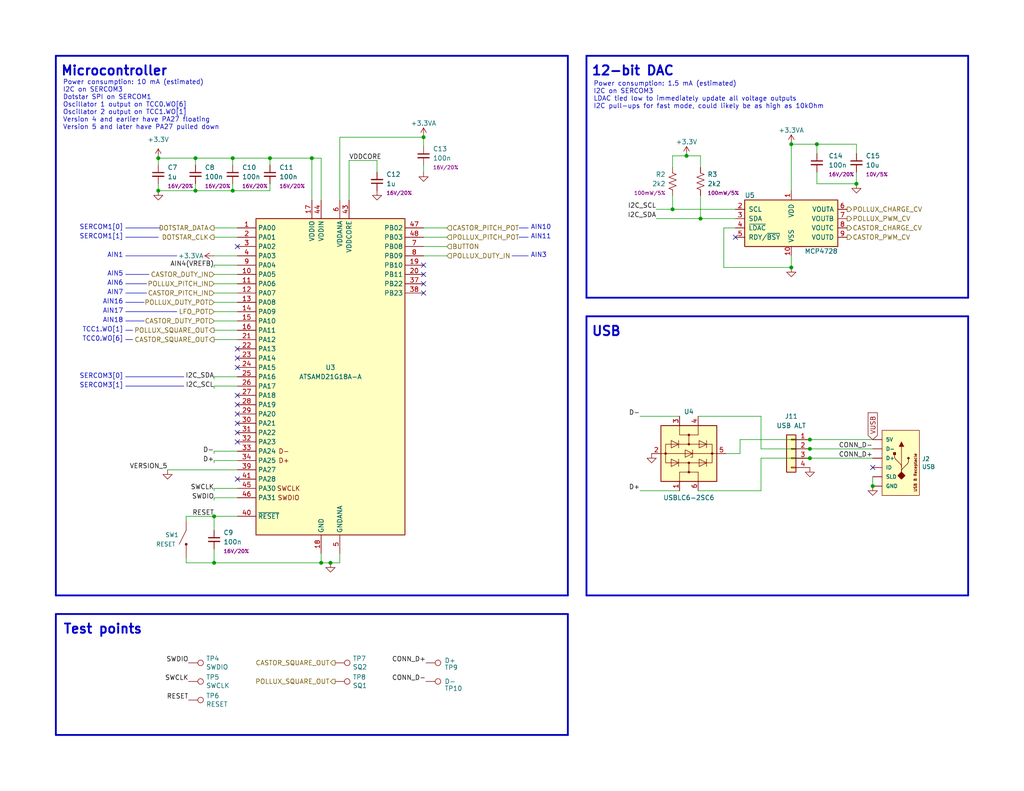
<source format=kicad_sch>
(kicad_sch (version 20250114) (generator "eeschema") (generator_version "9.0")
  (paper "USLetter")
  (title_block (title "Castor & Pollux") (date "2022-10-07") (rev "v6") (company "Winterbloom") (comment 1 "Alethea Flowers") (comment 2 "CERN-OHL-P v2") (comment 3 "gemini.wntr.dev"))
  (lib_symbols
    (symbol "Analog_DAC:MCP4728" (pin_names (offset 1.016))
      (property "Reference" "U" (at -12.7 6.35 0))
      (property "Value" "MCP4728" (at 12.7 6.35 0))
      (symbol "MCP4728_0_1"
        (rectangle (start -12.7 5.08) (end 12.7 -7.62) (stroke (width 0.254)) (fill (type background)))
      )
      (symbol "MCP4728_1_1"
        (pin input line (at -15.24 2.54 0) (length 2.54) (name "SCL") (number "2"))
        (pin bidirectional line (at -15.24 0 0) (length 2.54) (name "SDA") (number "3"))
        (pin input line (at -15.24 -2.54 0) (length 2.54) (name "~{LDAC}") (number "4"))
        (pin output line (at -15.24 -5.08 0) (length 2.54) (name "RDY/~{BSY}") (number "5"))
        (pin power_in line (at 0 7.62 270) (length 2.54) (name "VDD") (number "1"))
        (pin power_in line (at 0 -10.16 90) (length 2.54) (name "VSS") (number "10"))
        (pin output line (at 15.24 2.54 180) (length 2.54) (name "VOUTA") (number "6"))
        (pin output line (at 15.24 0 180) (length 2.54) (name "VOUTB") (number "7"))
        (pin output line (at 15.24 -2.54 180) (length 2.54) (name "VOUTC") (number "8"))
        (pin output line (at 15.24 -5.08 180) (length 2.54) (name "VOUTD") (number "9"))
      )
    )
    (symbol "Connector:TestPoint" (pin_numbers (hide yes)) (pin_names (offset 0.762) (hide yes))
      (property "Reference" "TP" (at 0 6.858 0))
      (property "Value" "TestPoint" (at 0 5.08 0))
      (symbol "TestPoint_0_1"
        (circle (center 0 3.302) (radius 0.762))
      )
      (symbol "TestPoint_1_1"
        (pin passive line (at 0 0 90) (length 2.54) (name "1") (number "1"))
      )
    )
    (symbol "Connector_Generic:Conn_01x04" (pin_names (offset 1.016) (hide yes))
      (property "Reference" "J" (at 0 5.08 0))
      (property "Value" "Conn_01x04" (at 0 -7.62 0))
      (symbol "Conn_01x04_1_1"
        (rectangle (start -1.27 3.81) (end 1.27 -6.35) (stroke (width 0.254)) (fill (type background)))
        (rectangle (start -1.27 2.667) (end 0 2.413) (stroke (width 0.1524)))
        (rectangle (start -1.27 0.127) (end 0 -0.127) (stroke (width 0.1524)))
        (rectangle (start -1.27 -2.413) (end 0 -2.667) (stroke (width 0.1524)))
        (rectangle (start -1.27 -4.953) (end 0 -5.207) (stroke (width 0.1524)))
        (pin passive line (at -5.08 2.54 0) (length 3.81) (name "Pin_1") (number "1"))
        (pin passive line (at -5.08 0 0) (length 3.81) (name "Pin_2") (number "2"))
        (pin passive line (at -5.08 -2.54 0) (length 3.81) (name "Pin_3") (number "3"))
        (pin passive line (at -5.08 -5.08 0) (length 3.81) (name "Pin_4") (number "4"))
      )
    )
    (symbol "Device:C_Small" (pin_numbers (hide yes)) (pin_names (offset 0.254) (hide yes))
      (property "Reference" "C" (at 0.254 1.778 0))
      (property "Value" "C_Small" (at 0.254 -2.032 0))
      (symbol "C_Small_0_1"
        (polyline (pts (xy -1.524 0.508) (xy 1.524 0.508)) (stroke (width 0.3048)))
        (polyline (pts (xy -1.524 -0.508) (xy 1.524 -0.508)) (stroke (width 0.3302)))
      )
      (symbol "C_Small_1_1"
        (pin passive line (at 0 2.54 270) (length 2.032) (name "~") (number "1"))
        (pin passive line (at 0 -2.54 90) (length 2.032) (name "~") (number "2"))
      )
    )
    (symbol "Device:R_US" (pin_numbers (hide yes)) (pin_names (offset 0))
      (property "Reference" "R" (at 2.54 0 90))
      (property "Value" "R_US" (at -2.54 0 90))
      (symbol "R_US_0_1"
        (polyline (pts (xy 0 2.286) (xy 0 2.54)))
        (polyline (pts (xy 0 2.286) (xy 1.016 1.905) (xy 0 1.524) (xy -1.016 1.143) (xy 0 0.762)))
        (polyline (pts (xy 0 0.762) (xy 1.016 0.381) (xy 0 0) (xy -1.016 -0.381) (xy 0 -0.762)))
        (polyline (pts (xy 0 -0.762) (xy 1.016 -1.143) (xy 0 -1.524) (xy -1.016 -1.905) (xy 0 -2.286)))
        (polyline (pts (xy 0 -2.286) (xy 0 -2.54)))
      )
      (symbol "R_US_1_1"
        (pin passive line (at 0 3.81 270) (length 1.27) (name "~") (number "1"))
        (pin passive line (at 0 -3.81 90) (length 1.27) (name "~") (number "2"))
      )
    )
    (symbol "Power_Protection:USBLC6-2SC6" (pin_names (hide yes))
      (property "Reference" "U" (at 2.54 8.89 0))
      (property "Value" "USBLC6-2SC6" (at 2.54 -8.89 0))
      (symbol "USBLC6-2SC6_0_1"
        (rectangle (start -7.62 -7.62) (end 7.62 7.62) (stroke (width 0.254)) (fill (type background)))
        (polyline (pts (xy -5.08 2.54) (xy -7.62 2.54)))
        (circle (center -5.08 0) (radius 0.254) (fill (type outline)))
        (polyline (pts (xy -5.08 0) (xy -5.08 -2.54)))
        (polyline (pts (xy -5.08 -2.54) (xy -7.62 -2.54)))
        (polyline (pts (xy -3.556 2.794) (xy -1.524 2.794) (xy -2.54 4.826) (xy -3.556 2.794)))
        (polyline (pts (xy -3.556 -4.826) (xy -1.524 -4.826) (xy -2.54 -2.794) (xy -3.556 -4.826)))
        (rectangle (start -2.54 6.35) (end 2.54 -6.35))
        (circle (center -2.54 0) (radius 0.254) (fill (type outline)))
        (polyline (pts (xy -2.54 0) (xy -5.08 0) (xy -5.08 2.54)))
        (polyline (pts (xy -1.524 4.826) (xy -3.556 4.826)))
        (polyline (pts (xy -1.524 -2.794) (xy -3.556 -2.794)))
        (polyline (pts (xy -1.016 -1.016) (xy 1.016 -1.016) (xy 0 1.016) (xy -1.016 -1.016)))
        (circle (center 0 6.35) (radius 0.254) (fill (type outline)))
        (polyline (pts (xy 0 6.35) (xy 0 7.62)))
        (polyline (pts (xy 0 1.27) (xy 0 6.35)))
        (polyline (pts (xy 0 -6.35) (xy 0 1.27)))
        (circle (center 0 -6.35) (radius 0.254) (fill (type outline)))
        (polyline (pts (xy 0 -7.62) (xy 0 -6.35)))
        (polyline (pts (xy 1.016 1.016) (xy 0.762 1.016) (xy -1.016 1.016) (xy -1.016 0.508)))
        (polyline (pts (xy 1.524 4.826) (xy 3.556 4.826)))
        (polyline (pts (xy 1.524 -2.794) (xy 3.556 -2.794)))
        (polyline (pts (xy 2.54 0) (xy 5.08 0) (xy 5.08 2.54)))
        (circle (center 2.54 0) (radius 0.254) (fill (type outline)))
        (polyline (pts (xy 3.556 2.794) (xy 1.524 2.794) (xy 2.54 4.826) (xy 3.556 2.794)))
        (polyline (pts (xy 3.556 -4.826) (xy 1.524 -4.826) (xy 2.54 -2.794) (xy 3.556 -4.826)))
        (polyline (pts (xy 5.08 2.54) (xy 7.62 2.54)))
        (polyline (pts (xy 5.08 0) (xy 5.08 -2.54)))
        (circle (center 5.08 0) (radius 0.254) (fill (type outline)))
        (polyline (pts (xy 5.08 -2.54) (xy 7.62 -2.54)))
      )
      (symbol "USBLC6-2SC6_1_1"
        (pin passive line (at -10.16 2.54 0) (length 2.54) (name "I/O1") (number "6"))
        (pin passive line (at -10.16 -2.54 0) (length 2.54) (name "I/O1") (number "1"))
        (pin passive line (at 0 10.16 270) (length 2.54) (name "VBUS") (number "5"))
        (pin passive line (at 0 -10.16 90) (length 2.54) (name "GND") (number "2"))
        (pin passive line (at 10.16 2.54 180) (length 2.54) (name "I/O2") (number "4"))
        (pin passive line (at 10.16 -2.54 180) (length 2.54) (name "I/O2") (number "3"))
      )
    )
    (symbol "Tactile_Switch_1" (pin_numbers (hide yes)) (pin_names (offset 1.016) (hide yes))
      (property "Reference" "SW" (at -1.27 -3.302 0))
      (property "Value" "Tactile_Switch_1" (at -6.223 -1.524 0))
      (symbol "Tactile_Switch_1_1_0"
        (polyline (pts (xy -2.54 0) (xy 1.27 1.905)))
        (circle (center 1.27 0) (radius 0.2794) (fill (type outline)))
        (polyline (pts (xy 2.54 0) (xy 1.27 0)))
      )
      (symbol "Tactile_Switch_1_1_1"
        (pin passive line (at -5.08 0 0) (length 2.54) (name "1") (number "1"))
        (pin passive line (at 5.08 0 180) (length 2.54) (name "2") (number "2"))
      )
    )
    (symbol "power:+3.3V" (power) (pin_names (offset 0))
      (property "Value" "+3.3V" (at 0 3.556 0))
      (symbol "+3.3V_0_1"
        (polyline (pts (xy -0.762 1.27) (xy 0 2.54)))
        (polyline (pts (xy 0 2.54) (xy 0.762 1.27)))
        (polyline (pts (xy 0 0) (xy 0 2.54)))
      )
      (symbol "+3.3V_1_1"
        (pin power_in line (at 0 0 90) (length 0) (hide yes) (name "+3.3V") (number "1"))
      )
    )
    (symbol "power:+3.3VA" (power) (pin_names (offset 0))
      (property "Value" "+3.3VA" (at 0 3.556 0))
      (symbol "+3.3VA_0_1"
        (polyline (pts (xy -0.762 1.27) (xy 0 2.54)))
        (polyline (pts (xy 0 2.54) (xy 0.762 1.27)))
        (polyline (pts (xy 0 0) (xy 0 2.54)))
      )
      (symbol "+3.3VA_1_1"
        (pin power_in line (at 0 0 90) (length 0) (hide yes) (name "+3.3VA") (number "1"))
      )
    )
    (symbol "power:GND" (power) (pin_names (offset 0))
      (property "Value" "GND" (at 0 -3.81 0))
      (symbol "GND_0_1"
        (polyline (pts (xy 0 0) (xy 0 -1.27) (xy 1.27 -1.27) (xy 0 -2.54) (xy -1.27 -1.27) (xy 0 -1.27)))
      )
      (symbol "GND_1_1"
        (pin power_in line (at 0 0 270) (length 0) (hide yes) (name "GND") (number "1"))
      )
    )
    (symbol "winterbloom:ATSAMD21G18A-A"
      (property "Reference" "U" (at -17.78 44.45 0))
      (property "Value" "ATSAMD21G18A-A" (at 0 0 0))
      (property "MPN" "ATSAMD21G18A-A" (at 0 0 0))
      (symbol "ATSAMD21G18A-A_0_0"
        (text "D-" (at -12.7 -20.32 0) (effects (font (size 1.27 1.27))))
        (text "D+" (at -12.7 -22.86 0) (effects (font (size 1.27 1.27))))
        (text "SWCLK" (at -11.43 -30.48 0) (effects (font (size 1.27 1.27))))
        (text "SWDIO" (at -11.43 -33.02 0) (effects (font (size 1.27 1.27))))
      )
      (symbol "ATSAMD21G18A-A_0_1"
        (rectangle (start -20.32 43.18) (end 20.32 -43.18) (stroke (width 0.254)) (fill (type background)))
      )
      (symbol "ATSAMD21G18A-A_1_1"
        (pin bidirectional line (at -25.4 40.64 0) (length 5.08) (name "PA00") (number "1"))
        (pin bidirectional line (at -25.4 38.1 0) (length 5.08) (name "PA01") (number "2"))
        (pin bidirectional line (at -25.4 35.56 0) (length 5.08) (name "PA02") (number "3"))
        (pin bidirectional line (at -25.4 33.02 0) (length 5.08) (name "PA03") (number "4"))
        (pin bidirectional line (at -25.4 30.48 0) (length 5.08) (name "PA04") (number "9"))
        (pin bidirectional line (at -25.4 27.94 0) (length 5.08) (name "PA05") (number "10"))
        (pin bidirectional line (at -25.4 25.4 0) (length 5.08) (name "PA06") (number "11"))
        (pin bidirectional line (at -25.4 22.86 0) (length 5.08) (name "PA07") (number "12"))
        (pin bidirectional line (at -25.4 20.32 0) (length 5.08) (name "PA08") (number "13"))
        (pin bidirectional line (at -25.4 17.78 0) (length 5.08) (name "PA09") (number "14"))
        (pin bidirectional line (at -25.4 15.24 0) (length 5.08) (name "PA10") (number "15"))
        (pin bidirectional line (at -25.4 12.7 0) (length 5.08) (name "PA11") (number "16"))
        (pin bidirectional line (at -25.4 10.16 0) (length 5.08) (name "PA12") (number "21"))
        (pin bidirectional line (at -25.4 7.62 0) (length 5.08) (name "PA13") (number "22"))
        (pin bidirectional line (at -25.4 5.08 0) (length 5.08) (name "PA14") (number "23"))
        (pin bidirectional line (at -25.4 2.54 0) (length 5.08) (name "PA15") (number "24"))
        (pin bidirectional line (at -25.4 0 0) (length 5.08) (name "PA16") (number "25"))
        (pin bidirectional line (at -25.4 -2.54 0) (length 5.08) (name "PA17") (number "26"))
        (pin bidirectional line (at -25.4 -5.08 0) (length 5.08) (name "PA18") (number "27"))
        (pin bidirectional line (at -25.4 -7.62 0) (length 5.08) (name "PA19") (number "28"))
        (pin bidirectional line (at -25.4 -10.16 0) (length 5.08) (name "PA20") (number "29"))
        (pin bidirectional line (at -25.4 -12.7 0) (length 5.08) (name "PA21") (number "30"))
        (pin bidirectional line (at -25.4 -15.24 0) (length 5.08) (name "PA22") (number "31"))
        (pin bidirectional line (at -25.4 -17.78 0) (length 5.08) (name "PA23") (number "32"))
        (pin bidirectional line (at -25.4 -20.32 0) (length 5.08) (name "PA24") (number "33"))
        (pin bidirectional line (at -25.4 -22.86 0) (length 5.08) (name "PA25") (number "34"))
        (pin bidirectional line (at -25.4 -25.4 0) (length 5.08) (name "PA27") (number "39"))
        (pin bidirectional line (at -25.4 -27.94 0) (length 5.08) (name "PA28") (number "41"))
        (pin bidirectional line (at -25.4 -30.48 0) (length 5.08) (name "PA30") (number "45"))
        (pin bidirectional line (at -25.4 -33.02 0) (length 5.08) (name "PA31") (number "46"))
        (pin input line (at -25.4 -38.1 0) (length 5.08) (name "~{RESET}") (number "40"))
        (pin power_in line (at -5.08 48.26 270) (length 5.08) (name "VDDIO") (number "17"))
        (pin passive line (at -5.08 48.26 270) (length 5.08) (hide yes) (name "VDDIO") (number "36"))
        (pin power_in line (at -2.54 48.26 270) (length 5.08) (name "VDDIN") (number "44"))
        (pin power_in line (at -2.54 -48.26 90) (length 5.08) (name "GND") (number "18"))
        (pin passive line (at -2.54 -48.26 90) (length 5.08) (hide yes) (name "GND") (number "35"))
        (pin passive line (at -2.54 -48.26 90) (length 5.08) (hide yes) (name "GND") (number "42"))
        (pin power_in line (at 2.54 48.26 270) (length 5.08) (name "VDDANA") (number "6"))
        (pin power_in line (at 2.54 -48.26 90) (length 5.08) (name "GNDANA") (number "5"))
        (pin power_out line (at 5.08 48.26 270) (length 5.08) (name "VDDCORE") (number "43"))
        (pin bidirectional line (at 25.4 40.64 180) (length 5.08) (name "PB02") (number "47"))
        (pin bidirectional line (at 25.4 38.1 180) (length 5.08) (name "PB03") (number "48"))
        (pin bidirectional line (at 25.4 35.56 180) (length 5.08) (name "PB08") (number "7"))
        (pin bidirectional line (at 25.4 33.02 180) (length 5.08) (name "PB09") (number "8"))
        (pin bidirectional line (at 25.4 30.48 180) (length 5.08) (name "PB10") (number "19"))
        (pin bidirectional line (at 25.4 27.94 180) (length 5.08) (name "PB11") (number "20"))
        (pin bidirectional line (at 25.4 25.4 180) (length 5.08) (name "PB22") (number "37"))
        (pin bidirectional line (at 25.4 22.86 180) (length 5.08) (name "PB23") (number "38"))
      )
    )
    (symbol "winterbloom:USB_B_Micro_Receptacle" (pin_numbers (hide yes)) (pin_names (offset 1.016))
      (property "Reference" "J" (at -5.08 8.128 0))
      (symbol "USB_B_Micro_Receptacle_0_1"
        (rectangle (start -5.08 7.62) (end 5.08 -10.16) (fill (type background)))
      )
      (symbol "USB_B_Micro_Receptacle_1_0"
        (polyline (pts (xy -2.1336 0) (xy -2.1336 -0.8382)))
        (polyline (pts (xy -1.8288 -1.5494) (xy -0.508 -2.8702)))
        (polyline (pts (xy -0.2286 -2.3114) (xy -0.2286 3.175)))
        (polyline (pts (xy -0.2286 -3.5814) (xy -0.2286 -2.3114)))
        (polyline (pts (xy -0.2286 -3.81) (xy -0.2286 -3.5814)))
        (polyline (pts (xy 1.3716 -0.2794) (xy 0.0762 -1.6002)))
        (polyline (pts (xy 1.6764 1.27) (xy 1.6764 0.4064)))
        (text "USB B Receptacle" (at -4.0386 -3.9116 900) (effects (font (size 0.762 0.762))))
      )
      (symbol "USB_B_Micro_Receptacle_1_1"
        (polyline (pts (xy -2.1336 0.3048) (xy -1.8034 0) (xy -1.8034 0) (xy -2.1336 -0.3048) (xy -2.1336 -0.3048) (xy -2.4384 0) (xy -2.4384 0) (xy -2.1336 0.3048)) (fill (type outline)))
        (arc (start -0.508 -2.8702) (mid -0.3029 -3.2001) (end -0.2286 -3.5814))
        (arc (start -1.8288 -1.5494) (mid -2.0567 -1.2262) (end -2.1336 -0.8382))
        (polyline (pts (xy -0.8636 3.175) (xy -0.2286 4.445) (xy -0.2286 4.445) (xy 0.4064 3.175) (xy 0.4064 3.175) (xy -0.8636 3.175)) (fill (type outline)))
        (polyline (pts (xy -0.1524 -5.715) (xy -0.2794 -5.715) (xy -0.2794 -5.715) (xy -1.1684 -4.826) (xy -1.1684 -4.826) (xy -1.1684 -4.699) (xy -1.1684 -4.699) (xy -0.2794 -3.81) (xy -0.2794 -3.81) (xy -0.1524 -3.81) (xy -0.1524 -3.81) (xy 0.7366 -4.699) (xy 0.7366 -4.699) (xy 0.7366 -4.826) (xy 0.7366 -4.826) (xy -0.1524 -5.715)) (fill (type outline)))
        (arc (start 1.6764 0.4064) (mid 1.5779 0.0395) (end 1.3716 -0.2794))
        (arc (start -0.2286 -2.3114) (mid -0.1423 -1.9275) (end 0.0762 -1.6002))
        (polyline (pts (xy 1.3462 1.5748) (xy 1.3462 0.9398) (xy 1.3462 0.9398) (xy 1.9812 0.9398) (xy 1.9812 0.9398) (xy 1.9812 1.5748) (xy 1.9812 1.5748) (xy 1.3462 1.5748)) (fill (type outline)))
        (pin power_out line (at 7.62 5.08 180) (length 2.54) (name "5V") (number "1"))
        (pin bidirectional line (at 7.62 2.54 180) (length 2.54) (name "D-") (number "2"))
        (pin bidirectional line (at 7.62 0 180) (length 2.54) (name "D+") (number "3"))
        (pin bidirectional line (at 7.62 -2.54 180) (length 2.54) (name "ID") (number "4"))
        (pin power_in line (at 7.62 -5.08 180) (length 2.54) (name "SLD") (number "S1"))
        (pin power_in line (at 7.62 -5.08 180) (length 2.54) (hide yes) (name "SLD") (number "S2"))
        (pin power_in line (at 7.62 -5.08 180) (length 2.54) (hide yes) (name "SLD") (number "S3"))
        (pin power_in line (at 7.62 -5.08 180) (length 2.54) (hide yes) (name "SLD") (number "S4"))
        (pin power_in line (at 7.62 -5.08 180) (length 2.54) (hide yes) (name "SLD") (number "S5"))
        (pin power_in line (at 7.62 -5.08 180) (length 2.54) (hide yes) (name "SLD") (number "S6"))
        (pin power_in line (at 7.62 -7.62 180) (length 2.54) (name "GND") (number "5"))
      )
    )
  )
  (text "AIN18" (at 33.655 88.265 0) (effects (font (size 1.27 1.27)) (justify right bottom)))
  (text "Microcontroller" (at 16.51 20.955 0) (effects (font (size 2.54 2.54) (thickness 0.508) (bold yes)) (justify left bottom)))
  (text "SERCOM1[1]" (at 33.655 65.405 0) (effects (font (size 1.27 1.27)) (justify right bottom)))
  (text "AIN7" (at 33.655 80.645 0) (effects (font (size 1.27 1.27)) (justify right bottom)))
  (text "AIN10" (at 144.78 62.865 0) (effects (font (size 1.27 1.27)) (justify left bottom)))
  (text "TCC0.WO[6]" (at 33.655 93.345 0) (effects (font (size 1.27 1.27)) (justify right bottom)))
  (text "TCC1.WO[1]" (at 33.655 90.805 0) (effects (font (size 1.27 1.27)) (justify right bottom)))
  (text "AIN5" (at 33.655 75.565 0) (effects (font (size 1.27 1.27)) (justify right bottom)))
  (text "USB" (at 161.29 92.075 0) (effects (font (size 2.54 2.54) (thickness 0.508) (bold yes)) (justify left bottom)))
  (text "Power consumption: 10 mA (estimated)\nI2C on SERCOM3\nDotstar SPI on SERCOM1\nOscillator 1 output on TCC0.WO[6]\nOscillator 2 output on TCC1.WO[1]\nVersion 4 and earlier have PA27 floating\nVersion 5 and later have PA27 pulled down" (at 17.145 35.56 0) (effects (font (size 1.27 1.27)) (justify left bottom)))
  (text "SERCOM1[0]" (at 33.655 62.865 0) (effects (font (size 1.27 1.27)) (justify right bottom)))
  (text "SERCOM3[0]" (at 33.655 103.505 0) (effects (font (size 1.27 1.27)) (justify right bottom)))
  (text "AIN1\n" (at 33.655 70.485 0) (effects (font (size 1.27 1.27)) (justify right bottom)))
  (text "Test points" (at 17.145 173.355 0) (effects (font (size 2.54 2.54) (thickness 0.508) (bold yes)) (justify left bottom)))
  (text "12-bit DAC" (at 161.29 20.955 0) (effects (font (size 2.54 2.54) (thickness 0.508) (bold yes)) (justify left bottom)))
  (text "SERCOM3[1]" (at 33.655 106.045 0) (effects (font (size 1.27 1.27)) (justify right bottom)))
  (text "AIN3" (at 144.78 70.485 0) (effects (font (size 1.27 1.27)) (justify left bottom)))
  (text "Power consumption: 1.5 mA (estimated)\nI2C on SERCOM3\nLDAC tied low to immediately update all voltage outputs\nI2C pull-ups for fast mode, could likely be as high as 10kOhm" (at 161.925 29.845 0) (effects (font (size 1.27 1.27)) (justify left bottom)))
  (text "AIN17" (at 33.655 85.725 0) (effects (font (size 1.27 1.27)) (justify right bottom)))
  (text "AIN6" (at 33.655 78.105 0) (effects (font (size 1.27 1.27)) (justify right bottom)))
  (text "AIN16" (at 33.655 83.185 0) (effects (font (size 1.27 1.27)) (justify right bottom)))
  (text "AIN11" (at 144.78 65.405 0) (effects (font (size 1.27 1.27)) (justify left bottom)))
  (junction (at 73.66 43.18))
  (junction (at 220.98 122.555))
  (junction (at 183.515 57.15))
  (junction (at 63.5 43.18))
  (junction (at 43.18 43.18))
  (junction (at 58.42 153.67))
  (junction (at 90.17 153.67))
  (junction (at 187.325 42.545))
  (junction (at 215.9 73.025))
  (junction (at 43.18 52.07))
  (junction (at 233.68 50.165))
  (junction (at 220.98 120.015))
  (junction (at 238.125 132.715))
  (junction (at 220.98 125.095))
  (junction (at 85.09 43.18))
  (junction (at 115.57 37.465))
  (junction (at 53.34 52.07))
  (junction (at 58.42 140.97))
  (junction (at 63.5 52.07))
  (junction (at 191.135 59.69))
  (junction (at 53.34 43.18))
  (junction (at 87.63 153.67))
  (junction (at 222.885 39.37))
  (junction (at 215.9 39.37))
  (no_connect (at 64.77 67.31))
  (no_connect (at 64.77 100.33))
  (no_connect (at 64.77 97.79))
  (no_connect (at 64.77 95.25))
  (no_connect (at 64.77 115.57))
  (no_connect (at 64.77 107.95))
  (no_connect (at 64.77 110.49))
  (no_connect (at 64.77 113.03))
  (no_connect (at 64.77 130.81))
  (no_connect (at 64.77 120.65))
  (no_connect (at 64.77 118.11))
  (no_connect (at 200.66 64.77))
  (no_connect (at 115.57 80.01))
  (no_connect (at 115.57 72.39))
  (no_connect (at 115.57 77.47))
  (no_connect (at 115.57 74.93))
  (no_connect (at 238.125 127.635))
  (wire (pts (xy 190.5 133.985) (xy 207.645 133.985)))
  (wire (pts (xy 58.42 153.67) (xy 50.8 153.67)))
  (wire (pts (xy 233.68 46.99) (xy 233.68 50.165)))
  (wire (pts (xy 58.42 123.19) (xy 58.42 123.825)))
  (wire (pts (xy 64.77 140.97) (xy 58.42 140.97)))
  (wire (pts (xy 87.63 153.67) (xy 58.42 153.67)))
  (wire (pts (xy 45.72 128.27) (xy 64.77 128.27)))
  (wire (pts (xy 121.92 64.77) (xy 115.57 64.77)))
  (wire (pts (xy 183.515 57.15) (xy 200.66 57.15)))
  (wire (pts (xy 58.42 85.09) (xy 64.77 85.09)))
  (wire (pts (xy 207.645 133.985) (xy 207.645 125.095)))
  (polyline (pts (xy 154.94 200.66) (xy 15.24 200.66)) (stroke (width 0.5) (type solid)))
  (wire (pts (xy 179.07 59.69) (xy 191.135 59.69)))
  (wire (pts (xy 174.625 133.985) (xy 185.42 133.985)))
  (polyline (pts (xy 264.16 162.56) (xy 160.02 162.56)) (stroke (width 0.5) (type solid)))
  (polyline (pts (xy 34.29 82.55) (xy 39.37 82.55)))
  (polyline (pts (xy 34.29 74.93) (xy 40.64 74.93)))
  (wire (pts (xy 191.135 59.69) (xy 200.66 59.69)))
  (wire (pts (xy 58.42 105.41) (xy 64.77 105.41)))
  (wire (pts (xy 58.42 105.41) (xy 58.42 106.045)))
  (wire (pts (xy 197.485 73.025) (xy 197.485 62.23)))
  (polyline (pts (xy 160.02 86.36) (xy 160.02 162.56)) (stroke (width 0.5) (type solid)))
  (wire (pts (xy 58.42 69.85) (xy 64.77 69.85)))
  (wire (pts (xy 92.71 153.67) (xy 92.71 151.13)))
  (wire (pts (xy 58.42 133.35) (xy 58.42 133.985)))
  (wire (pts (xy 58.42 80.01) (xy 64.77 80.01)))
  (wire (pts (xy 222.885 50.165) (xy 222.885 46.99)))
  (wire (pts (xy 115.57 62.23) (xy 121.92 62.23)))
  (polyline (pts (xy 34.29 105.41) (xy 50.165 105.41)))
  (polyline (pts (xy 34.29 102.87) (xy 50.165 102.87)))
  (polyline (pts (xy 154.94 15.24) (xy 154.94 162.56)) (stroke (width 0.5) (type solid)))
  (wire (pts (xy 63.5 52.07) (xy 73.66 52.07)))
  (polyline (pts (xy 15.24 15.24) (xy 154.94 15.24)) (stroke (width 0.5) (type solid)))
  (wire (pts (xy 115.57 67.31) (xy 121.92 67.31)))
  (polyline (pts (xy 34.29 62.23) (xy 43.815 62.23)))
  (wire (pts (xy 102.87 43.815) (xy 102.87 46.99)))
  (wire (pts (xy 115.57 37.465) (xy 92.71 37.465)))
  (polyline (pts (xy 160.02 86.36) (xy 264.16 86.36)) (stroke (width 0.5) (type solid)))
  (wire (pts (xy 58.42 92.71) (xy 64.77 92.71)))
  (wire (pts (xy 87.63 54.61) (xy 87.63 43.18)))
  (polyline (pts (xy 34.29 69.85) (xy 48.26 69.85)))
  (wire (pts (xy 73.66 50.165) (xy 73.66 52.07)))
  (wire (pts (xy 58.42 135.89) (xy 58.42 136.525)))
  (wire (pts (xy 43.18 50.165) (xy 43.18 52.07)))
  (wire (pts (xy 207.645 125.095) (xy 220.98 125.095)))
  (polyline (pts (xy 34.29 87.63) (xy 39.37 87.63)))
  (wire (pts (xy 187.325 42.545) (xy 191.135 42.545)))
  (wire (pts (xy 183.515 42.545) (xy 187.325 42.545)))
  (wire (pts (xy 220.98 120.015) (xy 238.125 120.015)))
  (wire (pts (xy 63.5 50.165) (xy 63.5 52.07)))
  (wire (pts (xy 179.07 57.15) (xy 183.515 57.15)))
  (wire (pts (xy 58.42 82.55) (xy 64.77 82.55)))
  (wire (pts (xy 73.66 43.18) (xy 85.09 43.18)))
  (wire (pts (xy 53.34 43.18) (xy 63.5 43.18)))
  (wire (pts (xy 58.42 77.47) (xy 64.77 77.47)))
  (wire (pts (xy 115.57 40.005) (xy 115.57 37.465)))
  (wire (pts (xy 233.68 39.37) (xy 233.68 41.91)))
  (wire (pts (xy 73.66 43.18) (xy 73.66 45.085)))
  (polyline (pts (xy 264.16 15.24) (xy 264.16 81.28)) (stroke (width 0.5) (type solid)))
  (wire (pts (xy 43.18 52.07) (xy 53.34 52.07)))
  (wire (pts (xy 183.515 53.34) (xy 183.515 57.15)))
  (wire (pts (xy 85.09 43.18) (xy 85.09 54.61)))
  (wire (pts (xy 43.18 43.18) (xy 43.18 45.085)))
  (wire (pts (xy 197.485 62.23) (xy 200.66 62.23)))
  (polyline (pts (xy 34.29 90.17) (xy 36.195 90.17)))
  (wire (pts (xy 201.93 120.015) (xy 220.98 120.015)))
  (wire (pts (xy 87.63 153.67) (xy 90.17 153.67)))
  (wire (pts (xy 58.42 72.39) (xy 58.42 73.025)))
  (wire (pts (xy 191.135 53.34) (xy 191.135 59.69)))
  (wire (pts (xy 50.8 140.97) (xy 58.42 140.97)))
  (polyline (pts (xy 34.29 64.77) (xy 43.18 64.77)))
  (wire (pts (xy 58.42 74.93) (xy 64.77 74.93)))
  (wire (pts (xy 58.42 64.77) (xy 64.77 64.77)))
  (wire (pts (xy 220.98 125.095) (xy 238.125 125.095)))
  (wire (pts (xy 191.135 42.545) (xy 191.135 45.72)))
  (wire (pts (xy 174.625 113.665) (xy 185.42 113.665)))
  (wire (pts (xy 87.63 43.18) (xy 85.09 43.18)))
  (wire (pts (xy 58.42 133.35) (xy 64.77 133.35)))
  (polyline (pts (xy 160.02 15.24) (xy 264.16 15.24)) (stroke (width 0.5) (type solid)))
  (polyline (pts (xy 34.29 92.71) (xy 36.195 92.71)))
  (polyline (pts (xy 15.24 167.64) (xy 154.94 167.64)) (stroke (width 0.5) (type solid)))
  (wire (pts (xy 58.42 135.89) (xy 64.77 135.89)))
  (wire (pts (xy 53.34 52.07) (xy 63.5 52.07)))
  (wire (pts (xy 63.5 43.18) (xy 73.66 43.18)))
  (wire (pts (xy 222.885 39.37) (xy 233.68 39.37)))
  (polyline (pts (xy 264.16 86.36) (xy 264.16 162.56)) (stroke (width 0.5) (type solid)))
  (polyline (pts (xy 34.29 85.09) (xy 48.26 85.09)))
  (wire (pts (xy 207.645 113.665) (xy 190.5 113.665)))
  (polyline (pts (xy 154.94 162.56) (xy 15.24 162.56)) (stroke (width 0.5) (type solid)))
  (wire (pts (xy 95.25 43.815) (xy 95.25 54.61)))
  (wire (pts (xy 58.42 102.87) (xy 64.77 102.87)))
  (wire (pts (xy 115.57 45.085) (xy 115.57 46.99)))
  (wire (pts (xy 87.63 151.13) (xy 87.63 153.67)))
  (wire (pts (xy 92.71 37.465) (xy 92.71 54.61)))
  (wire (pts (xy 58.42 62.23) (xy 64.77 62.23)))
  (wire (pts (xy 58.42 125.73) (xy 64.77 125.73)))
  (wire (pts (xy 58.42 102.87) (xy 58.42 103.505)))
  (wire (pts (xy 207.645 122.555) (xy 220.98 122.555)))
  (polyline (pts (xy 141.605 62.23) (xy 144.145 62.23)))
  (wire (pts (xy 58.42 90.17) (xy 64.77 90.17)))
  (wire (pts (xy 222.885 39.37) (xy 222.885 41.91)))
  (polyline (pts (xy 139.7 69.85) (xy 144.145 69.85)))
  (polyline (pts (xy 154.94 167.64) (xy 154.94 200.66)) (stroke (width 0.5) (type solid)))
  (wire (pts (xy 201.93 123.825) (xy 198.12 123.825)))
  (polyline (pts (xy 34.29 77.47) (xy 40.005 77.47)))
  (wire (pts (xy 215.9 39.37) (xy 222.885 39.37)))
  (wire (pts (xy 53.34 43.18) (xy 53.34 45.085)))
  (wire (pts (xy 58.42 87.63) (xy 64.77 87.63)))
  (polyline (pts (xy 34.29 80.01) (xy 40.005 80.01)))
  (wire (pts (xy 183.515 45.72) (xy 183.515 42.545)))
  (polyline (pts (xy 15.24 15.24) (xy 15.24 162.56)) (stroke (width 0.5) (type solid)))
  (wire (pts (xy 58.42 123.19) (xy 64.77 123.19)))
  (wire (pts (xy 53.34 50.165) (xy 53.34 52.07)))
  (wire (pts (xy 220.98 122.555) (xy 238.125 122.555)))
  (wire (pts (xy 207.645 122.555) (xy 207.645 113.665)))
  (wire (pts (xy 50.8 142.24) (xy 50.8 140.97)))
  (wire (pts (xy 95.25 43.815) (xy 102.87 43.815)))
  (wire (pts (xy 58.42 149.86) (xy 58.42 153.67)))
  (wire (pts (xy 201.93 120.015) (xy 201.93 123.825)))
  (wire (pts (xy 43.18 43.18) (xy 53.34 43.18)))
  (polyline (pts (xy 264.16 81.28) (xy 160.02 81.28)) (stroke (width 0.5) (type solid)))
  (wire (pts (xy 90.17 153.67) (xy 92.71 153.67)))
  (wire (pts (xy 58.42 140.97) (xy 58.42 144.78)))
  (wire (pts (xy 58.42 125.73) (xy 58.42 126.365)))
  (polyline (pts (xy 141.605 64.77) (xy 144.145 64.77)))
  (wire (pts (xy 115.57 69.85) (xy 121.92 69.85)))
  (wire (pts (xy 215.9 73.025) (xy 197.485 73.025)))
  (wire (pts (xy 63.5 43.18) (xy 63.5 45.085)))
  (wire (pts (xy 50.8 152.4) (xy 50.8 153.67)))
  (wire (pts (xy 215.9 39.37) (xy 215.9 52.07)))
  (polyline (pts (xy 15.24 167.64) (xy 15.24 200.66)) (stroke (width 0.5) (type solid)))
  (wire (pts (xy 233.68 50.165) (xy 222.885 50.165)))
  (wire (pts (xy 58.42 72.39) (xy 64.77 72.39)))
  (wire (pts (xy 238.125 130.175) (xy 238.125 132.715)))
  (polyline (pts (xy 160.02 15.24) (xy 160.02 81.28)) (stroke (width 0.5) (type solid)))
  (wire (pts (xy 215.9 69.85) (xy 215.9 73.025)))
  (label "SWCLK" (at 58.42 133.985 180))
  (label "SWDIO" (at 58.42 136.525 180))
  (label "SWCLK" (at 51.435 186.055 180))
  (label "CONN_D-" (at 238.125 122.555 180))
  (label "CONN_D-" (at 116.205 186.055 180))
  (label "D-" (at 58.42 123.825 180))
  (label "AIN4(VREFB)" (at 58.42 73.025 180))
  (label "RESET" (at 58.42 140.97 180))
  (label "VERSION_5" (at 45.72 128.27 180))
  (label "D+" (at 58.42 126.365 180))
  (label "CONN_D+" (at 116.205 180.975 180))
  (label "D+" (at 174.625 133.985 180))
  (label "D-" (at 174.625 113.665 180))
  (label "I2C_SDA" (at 58.42 103.505 180))
  (label "RESET" (at 51.435 191.135 180))
  (label "I2C_SCL" (at 58.42 106.045 180))
  (label "I2C_SCL" (at 179.07 57.15 180))
  (label "SWDIO" (at 51.435 180.975 180))
  (label "CONN_D+" (at 238.125 125.095 180))
  (label "I2C_SDA" (at 179.07 59.69 180))
  (label "VDDCORE" (at 95.25 43.815 0))
  (global_label "VUSB" (shape input) (at 238.125 120.015 90) (property "Intersheetrefs" "${INTERSHEET_REFS}" (effects (hide yes))))
  (hierarchical_label "CASTOR_SQUARE_OUT" (shape output) (at 91.44 180.975 180))
  (hierarchical_label "CASTOR_DUTY_IN" (shape input) (at 58.42 74.93 180))
  (hierarchical_label "LFO_POT" (shape input) (at 58.42 85.09 180))
  (hierarchical_label "CASTOR_DUTY_POT" (shape input) (at 58.42 87.63 180))
  (hierarchical_label "POLLUX_CHARGE_CV" (shape output) (at 231.14 57.15 0))
  (hierarchical_label "POLLUX_PWM_CV" (shape output) (at 231.14 59.69 0))
  (hierarchical_label "POLLUX_DUTY_IN" (shape input) (at 121.92 69.85 0))
  (hierarchical_label "CASTOR_CHARGE_CV" (shape output) (at 231.14 62.23 0))
  (hierarchical_label "BUTTON" (shape input) (at 121.92 67.31 0))
  (hierarchical_label "CASTOR_SQUARE_OUT" (shape output) (at 58.42 92.71 180))
  (hierarchical_label "DOTSTAR_CLK" (shape output) (at 58.42 64.77 180))
  (hierarchical_label "POLLUX_PITCH_IN" (shape input) (at 58.42 77.47 180))
  (hierarchical_label "POLLUX_DUTY_POT" (shape input) (at 58.42 82.55 180))
  (hierarchical_label "CASTOR_PWM_CV" (shape output) (at 231.14 64.77 0))
  (hierarchical_label "POLLUX_SQUARE_OUT" (shape output) (at 58.42 90.17 180))
  (hierarchical_label "POLLUX_SQUARE_OUT" (shape output) (at 91.44 186.055 180))
  (hierarchical_label "CASTOR_PITCH_IN" (shape input) (at 58.42 80.01 180))
  (hierarchical_label "CASTOR_PITCH_POT" (shape input) (at 121.92 62.23 0))
  (hierarchical_label "POLLUX_PITCH_POT" (shape input) (at 121.92 64.77 0))
  (hierarchical_label "DOTSTAR_DATA" (shape output) (at 58.42 62.23 180))
  (symbol (lib_id "Device:C_Small") (at 102.87 49.53 180) (unit 1)
    (property "Reference" "C12" (at 105.41 47.6185 0) (effects (justify right)))
    (property "Value" "1u" (at 105.41 50.1585 0) (effects (justify right)))
    (property "Footprint" "winterbloom:C_0402_HandSolder" (effects (hide yes)))
    (property "MPN" "CL05A105KO5NNNC" (effects (hide yes)))
    (property "Notes" "Bypass" (effects (hide yes)))
    (property "MacroFab MPN" "MF-CAP-0402-1uF" (effects (hide yes)))
    (property "Rating" "16V/20%" (at 105.41 52.6986 0) (effects (font (size 1 1)) (justify right)))
  )
  (symbol (lib_id "power:GND") (at 102.87 52.07 0) (unit 1)
    (property "Reference" "#PWR017" (effects (hide yes)))
    (property "Value" "GND" (effects (hide yes)))
  )
  (symbol (lib_id "Device:C_Small") (at 53.34 47.625 0) (unit 1)
    (property "Reference" "C8" (at 55.88 45.7262 0) (effects (justify left)))
    (property "Value" "100n" (at 55.88 48.2662 0) (effects (justify left)))
    (property "Footprint" "winterbloom:C_0402_HandSolder" (effects (hide yes)))
    (property "MPN" "CL05B104KO5NNNC" (effects (hide yes)))
    (property "Notes" "Bypass" (effects (hide yes)))
    (property "MacroFab MPN" "MF-CAP-0402-0.1uF" (effects (hide yes)))
    (property "Rating" "16V/20%" (at 55.88 50.8063 0) (effects (font (size 1 1)) (justify left)))
  )
  (symbol (lib_id "Device:C_Small") (at 63.5 47.625 0) (unit 1)
    (property "Reference" "C10" (at 66.04 45.7262 0) (effects (justify left)))
    (property "Value" "100n" (at 66.04 48.2662 0) (effects (justify left)))
    (property "Footprint" "winterbloom:C_0402_HandSolder" (effects (hide yes)))
    (property "MPN" "CL05B104KO5NNNC" (effects (hide yes)))
    (property "Notes" "Bypass" (effects (hide yes)))
    (property "MacroFab MPN" "MF-CAP-0402-0.1uF" (effects (hide yes)))
    (property "Rating" "16V/20%" (at 66.04 50.8063 0) (effects (font (size 1 1)) (justify left)))
  )
  (symbol (lib_id "Device:C_Small") (at 73.66 47.625 0) (unit 1)
    (property "Reference" "C11" (at 76.2 45.7262 0) (effects (justify left)))
    (property "Value" "100n" (at 76.2 48.2662 0) (effects (justify left)))
    (property "Footprint" "winterbloom:C_0402_HandSolder" (effects (hide yes)))
    (property "MPN" "CL05B104KO5NNNC" (effects (hide yes)))
    (property "Notes" "Bypass" (effects (hide yes)))
    (property "MacroFab MPN" "MF-CAP-0402-0.1uF" (effects (hide yes)))
    (property "Rating" "16V/20%" (at 76.2 50.8063 0) (effects (font (size 1 1)) (justify left)))
  )
  (symbol (lib_id "power:+3.3V") (at 43.18 43.18 0) (unit 1)
    (property "Reference" "#PWR014" (effects (hide yes)))
    (property "Value" "+3.3V" (at 43.18 38.1 0))
  )
  (symbol (lib_id "winterbloom:USB_B_Micro_Receptacle") (at 245.745 125.095 0) (mirror y) (unit 1)
    (property "Reference" "J2" (at 251.5362 125.2982 0) (effects (font (size 1.143 1.143)) (justify right)))
    (property "Value" "USB" (at 251.5362 127.4318 0) (effects (font (size 1.143 1.143)) (justify right)))
    (property "Footprint" "winterbloom:USB_B_Micro_Receptacle" (effects (hide yes)))
    (property "Datasheet" "https://cdn.amphenol-cs.com/media/wysiwyg/files/documentation/datasheet/inputoutput/io_usb_micro.pdf" (effects (hide yes)))
    (property "MPN" "10118193-0001LF" (effects (hide yes)))
    (property "MacroFab MPN" "MF-CON-MICROUSB-RIGHT" (effects (hide yes)))
  )
  (symbol (lib_id "power:GND") (at 238.125 132.715 0) (mirror y) (unit 1)
    (property "Reference" "#PWR021" (effects (hide yes)))
    (property "Value" "GND" (effects (hide yes)))
  )
  (symbol (lib_id "Analog_DAC:MCP4728") (at 215.9 59.69 0) (unit 1)
    (property "Reference" "U5" (at 203.2 53.34 0) (effects (justify left)))
    (property "Value" "MCP4728" (at 228.6 68.58 0) (effects (justify right)))
    (property "Footprint" "Package_SO:MSOP-10_3x3mm_P0.5mm" (effects (hide yes)))
    (property "Datasheet" "http://ww1.microchip.com/downloads/en/DeviceDoc/22187E.pdf" (effects (hide yes)))
    (property "MPN" "MCP4728A0T-E/UN, MCP4728A0*-*/UN" (effects (hide yes)))
  )
  (symbol (lib_id "power:GND") (at 215.9 73.025 0) (unit 1)
    (property "Reference" "#PWR024" (effects (hide yes)))
    (property "Value" "GND" (effects (hide yes)))
  )
  (symbol (lib_id "Device:R_US") (at 191.135 49.53 0) (unit 1)
    (property "Reference" "R3" (at 193.04 47.6249 0) (effects (justify left)))
    (property "Value" "2k2" (at 193.04 50.1649 0) (effects (justify left)))
    (property "Footprint" "winterbloom:R_0402_HandSolder" (effects (hide yes)))
    (property "MPN" "ERJ-2RKF2201X" (effects (hide yes)))
    (property "Notes" "I2C pullup" (effects (hide yes)))
    (property "MacroFab MPN" "MF-RES-0402-2K" (effects (hide yes)))
    (property "Rating" "100mW/5%" (at 193.04 52.705 0) (effects (font (size 1 1)) (justify left)))
  )
  (symbol (lib_id "Device:R_US") (at 183.515 49.53 0) (unit 1)
    (property "Reference" "R2" (at 181.61 47.6249 0) (effects (justify right)))
    (property "Value" "2k2" (at 181.61 50.1649 0) (effects (justify right)))
    (property "Footprint" "winterbloom:R_0402_HandSolder" (effects (hide yes)))
    (property "MPN" "ERJ-2RKF2201X" (effects (hide yes)))
    (property "Notes" "I2C pullup" (effects (hide yes)))
    (property "MacroFab MPN" "MF-RES-0402-2K" (effects (hide yes)))
    (property "Rating" "100mW/5%" (at 181.61 52.705 0) (effects (font (size 1 1)) (justify right)))
  )
  (symbol (lib_id "power:+3.3V") (at 187.325 42.545 0) (unit 1)
    (property "Reference" "#PWR022" (effects (hide yes)))
    (property "Value" "+3.3V" (at 187.325 38.735 0))
  )
  (symbol (lib_id "Device:C_Small") (at 222.885 44.45 0) (unit 1)
    (property "Reference" "C14" (at 226.06 42.5512 0) (effects (justify left)))
    (property "Value" "100n" (at 226.06 45.0912 0) (effects (justify left)))
    (property "Footprint" "winterbloom:C_0402_HandSolder" (effects (hide yes)))
    (property "MPN" "CL05B104KO5NNNC" (effects (hide yes)))
    (property "Notes" "Bypass" (effects (hide yes)))
    (property "MacroFab MPN" "MF-CAP-0402-0.1uF" (effects (hide yes)))
    (property "Rating" "16V/20%" (at 226.06 47.6313 0) (effects (font (size 1 1)) (justify left)))
  )
  (symbol (lib_id "Device:C_Small") (at 233.68 44.45 0) (unit 1)
    (property "Reference" "C15" (at 236.22 42.5512 0) (effects (justify left)))
    (property "Value" "10u" (at 236.22 45.0912 0) (effects (justify left)))
    (property "Footprint" "winterbloom:C_0603_HandSolder" (effects (hide yes)))
    (property "MPN" "CL10A106MP8NNNC" (effects (hide yes)))
    (property "Notes" "Bypass, 10 V" (effects (hide yes)))
    (property "Rating" "10V/5%" (at 236.22 47.6313 0) (effects (font (size 1 1)) (justify left)))
  )
  (symbol (lib_id "Connector:TestPoint") (at 91.44 186.055 270) (unit 1) (in_bom no)
    (property "Reference" "TP8" (at 96.2152 184.8866 90) (effects (justify left)))
    (property "Value" "SQ1" (at 96.2152 187.198 90) (effects (justify left)))
    (property "Footprint" "TestPoint:TestPoint_Pad_D1.0mm" (effects (hide yes)))
    (property "DNP" "1" (effects (hide yes)))
  )
  (symbol (lib_id "Connector:TestPoint") (at 91.44 180.975 270) (unit 1) (in_bom no)
    (property "Reference" "TP7" (at 96.2152 179.8066 90) (effects (justify left)))
    (property "Value" "SQ2" (at 96.2152 182.118 90) (effects (justify left)))
    (property "Footprint" "TestPoint:TestPoint_Pad_D1.0mm" (effects (hide yes)))
    (property "DNP" "1" (effects (hide yes)))
  )
  (symbol (lib_id "Device:C_Small") (at 115.57 42.545 0) (unit 1)
    (property "Reference" "C13" (at 118.11 40.6462 0) (effects (justify left)))
    (property "Value" "100n" (at 118.11 43.1862 0) (effects (justify left)))
    (property "Footprint" "winterbloom:C_0402_HandSolder" (effects (hide yes)))
    (property "MPN" "CL05B104KO5NNNC" (effects (hide yes)))
    (property "Notes" "Bypass" (effects (hide yes)))
    (property "MacroFab MPN" "MF-CAP-0402-0.1uF" (effects (hide yes)))
    (property "Rating" "16V/20%" (at 118.11 45.7263 0) (effects (font (size 1 1)) (justify left)))
  )
  (symbol (lib_id "power:+3.3VA") (at 115.57 37.465 0) (unit 1)
    (property "Reference" "#PWR018" (effects (hide yes)))
    (property "Value" "+3.3VA" (at 115.57 33.655 0))
  )
  (symbol (lib_id "Connector:TestPoint") (at 51.435 180.975 270) (unit 1) (in_bom no)
    (property "Reference" "TP4" (at 56.2102 179.8066 90) (effects (justify left)))
    (property "Value" "SWDIO" (at 56.2102 182.118 90) (effects (justify left)))
    (property "Footprint" "TestPoint:TestPoint_Pad_D1.0mm" (effects (hide yes)))
    (property "DNP" "1" (effects (hide yes)))
  )
  (symbol (lib_id "Connector:TestPoint") (at 51.435 186.055 270) (unit 1) (in_bom no)
    (property "Reference" "TP5" (at 56.2102 184.8866 90) (effects (justify left)))
    (property "Value" "SWCLK" (at 56.2102 187.198 90) (effects (justify left)))
    (property "Footprint" "TestPoint:TestPoint_Pad_D1.0mm" (effects (hide yes)))
    (property "DNP" "1" (effects (hide yes)))
  )
  (symbol (lib_id "Connector:TestPoint") (at 51.435 191.135 270) (unit 1) (in_bom no)
    (property "Reference" "TP6" (at 56.2102 189.9666 90) (effects (justify left)))
    (property "Value" "RESET" (at 56.2102 192.278 90) (effects (justify left)))
    (property "Footprint" "TestPoint:TestPoint_Pad_D1.0mm" (effects (hide yes)))
    (property "DNP" "1" (effects (hide yes)))
  )
  (symbol (lib_id "power:+3.3VA") (at 215.9 39.37 0) (unit 1)
    (property "Reference" "#PWR023" (effects (hide yes)))
    (property "Value" "+3.3VA" (at 215.9 35.56 0))
  )
  (symbol (lib_id "power:GND") (at 45.72 128.27 0) (unit 1)
    (property "Reference" "#PWR0105" (effects (hide yes)))
    (property "Value" "GND" (effects (hide yes)))
  )
  (symbol (lib_id "winterbloom:ATSAMD21G18A-A") (at 90.17 102.87 0) (unit 1)
    (property "Reference" "U3" (at 90.17 100.33 0))
    (property "Value" "ATSAMD21G18A-A" (at 90.17 102.87 0))
    (property "Footprint" "winterbloom:TQFP-48_7x7mm_P0.5mm" (effects (hide yes)))
    (property "Datasheet" "http://ww1.microchip.com/downloads/en/DeviceDoc/SAM_D21_DA1_Family_Data%20Sheet_DS40001882E.pdf" (effects (hide yes)))
    (property "MPN" "ATSAMD21G18A-A" (effects (hide yes)))
  )
  (symbol (lib_id "Connector_Generic:Conn_01x04") (at 215.9 122.555 0) (mirror y) (unit 1) (in_bom no)
    (property "Reference" "J11" (at 215.9 113.665 0))
    (property "Value" "USB ALT" (at 215.9 116.205 0))
    (property "Footprint" "winterbloom:SolderWirePad_1x04_SMD_2x5mm" (effects (hide yes)))
  )
  (symbol (lib_id "power:GND") (at 115.57 46.99 0) (unit 1)
    (property "Reference" "#PWR019" (effects (hide yes)))
    (property "Value" "GND" (effects (hide yes)))
  )
  (symbol (lib_id "power:GND") (at 220.98 127.635 0) (mirror y) (unit 1)
    (property "Reference" "#PWR0117" (effects (hide yes)))
    (property "Value" "GND" (effects (hide yes)))
  )
  (symbol (lib_id "Connector:TestPoint") (at 116.205 186.055 270) (unit 1) (in_bom no)
    (property "Reference" "TP10" (at 121.285 187.96 90) (effects (justify left)))
    (property "Value" "D-" (at 121.285 186.055 90) (effects (justify left)))
    (property "Footprint" "TestPoint:TestPoint_Pad_D1.0mm" (effects (hide yes)))
    (property "DNP" "1" (effects (hide yes)))
  )
  (symbol (lib_id "power:+3.3VA") (at 58.42 69.85 90) (unit 1)
    (property "Reference" "#PWR0118" (effects (hide yes)))
    (property "Value" "+3.3VA" (at 52.07 69.85 90))
  )
  (symbol (lib_id "Connector:TestPoint") (at 116.205 180.975 270) (unit 1) (in_bom no)
    (property "Reference" "TP9" (at 121.285 182.245 90) (effects (justify left)))
    (property "Value" "D+" (at 121.285 180.34 90) (effects (justify left)))
    (property "Footprint" "TestPoint:TestPoint_Pad_D1.0mm" (effects (hide yes)))
    (property "DNP" "1" (effects (hide yes)))
  )
  (symbol (lib_id "Device:C_Small") (at 58.42 147.32 0) (unit 1)
    (property "Reference" "C9" (at 60.96 145.4212 0) (effects (justify left)))
    (property "Value" "100n" (at 60.96 147.9612 0) (effects (justify left)))
    (property "Footprint" "winterbloom:C_0402_HandSolder" (effects (hide yes)))
    (property "Notes" "Bypass" (effects (hide yes)))
    (property "MacroFab MPN" "MF-CAP-0402-0.1uF" (effects (hide yes)))
    (property "MPN" "CL05B104KO5NNNC" (effects (hide yes)))
    (property "Rating" "16V/20%" (at 60.96 150.5013 0) (effects (font (size 1 1)) (justify left)))
  )
  (symbol (lib_id "Device:C_Small") (at 43.18 47.625 0) (unit 1)
    (property "Reference" "C7" (at 45.72 45.7262 0) (effects (justify left)))
    (property "Value" "1u" (at 45.72 48.2662 0) (effects (justify left)))
    (property "Footprint" "winterbloom:C_0402_HandSolder" (effects (hide yes)))
    (property "MPN" "CL05A105KO5NNNC" (effects (hide yes)))
    (property "Notes" "Bypass" (effects (hide yes)))
    (property "MacroFab MPN" "MF-CAP-0402-1uF" (effects (hide yes)))
    (property "Rating" "16V/20%" (at 45.72 50.8063 0) (effects (font (size 1 1)) (justify left)))
  )
  (symbol (lib_id "power:GND") (at 90.17 153.67 0) (unit 1)
    (property "Reference" "#PWR016" (effects (hide yes)))
    (property "Value" "GND" (effects (hide yes)))
  )
  (symbol (lib_id "power:GND") (at 233.68 50.165 0) (unit 1)
    (property "Reference" "#PWR025" (effects (hide yes)))
    (property "Value" "GND" (effects (hide yes)))
  )
  (symbol (lib_id "Power_Protection:USBLC6-2SC6") (at 187.96 123.825 270) (mirror x) (unit 1)
    (property "Reference" "U4" (at 187.96 112.395 90))
    (property "Value" "USBLC6-2SC6" (at 187.96 135.89 90))
    (property "Footprint" "Package_TO_SOT_SMD:SOT-23-6" (effects (hide yes)))
    (property "Datasheet" "https://www.st.com/resource/en/datasheet/usblc6-2.pdf" (effects (hide yes)))
    (property "MPN" "USBLC6-2SC6, SRL05-TP" (effects (hide yes)))
  )
  (symbol (lib_name "Tactile_Switch_1") (lib_id "winterbloom:Tactile_Switch") (at 50.8 147.32 90) (mirror x) (unit 1)
    (property "Reference" "SW1" (at 45.085 146.05 90) (effects (font (size 1.143 1.143)) (justify right)))
    (property "Value" "RESET" (at 42.545 148.59 90) (effects (font (size 1.143 1.143)) (justify right)))
    (property "Footprint" "winterbloom:Tactile_Switch_4.2mm" (effects (hide yes)))
    (property "Datasheet" "https://factory.macrofab.com/part/MF-SW-TACT-4.2MM" (effects (hide yes)))
    (property "MPN" "PTS815 SJM 250 SMTR LFS" (effects (hide yes)))
    (property "MacroFab MPN" "MF-SW-TACT-4.2MM" (effects (hide yes)))
  )
  (symbol (lib_id "power:GND") (at 43.18 52.07 0) (unit 1)
    (property "Reference" "#PWR015" (effects (hide yes)))
    (property "Value" "GND" (effects (hide yes)))
  )
  (symbol (lib_id "power:GND") (at 177.8 123.825 0) (mirror y) (unit 1)
    (property "Reference" "#PWR020" (effects (hide yes)))
    (property "Value" "GND" (effects (hide yes)))
  )
)
</source>
